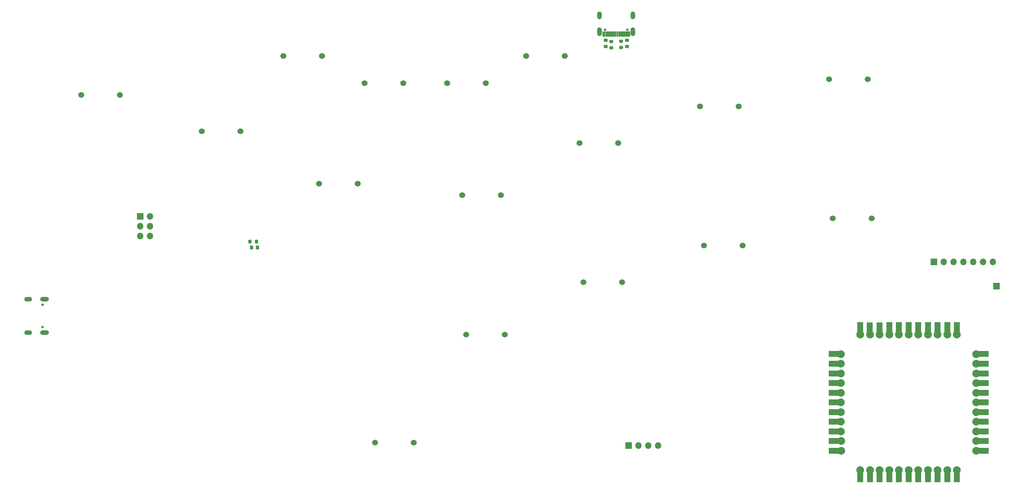
<source format=gbr>
%TF.GenerationSoftware,KiCad,Pcbnew,8.0.8*%
%TF.CreationDate,2025-04-29T22:55:39-07:00*%
%TF.ProjectId,MainBoard_BrooksGen5XMini,4d61696e-426f-4617-9264-5f42726f6f6b,rev?*%
%TF.SameCoordinates,Original*%
%TF.FileFunction,Soldermask,Top*%
%TF.FilePolarity,Negative*%
%FSLAX46Y46*%
G04 Gerber Fmt 4.6, Leading zero omitted, Abs format (unit mm)*
G04 Created by KiCad (PCBNEW 8.0.8) date 2025-04-29 22:55:39*
%MOMM*%
%LPD*%
G01*
G04 APERTURE LIST*
G04 Aperture macros list*
%AMRoundRect*
0 Rectangle with rounded corners*
0 $1 Rounding radius*
0 $2 $3 $4 $5 $6 $7 $8 $9 X,Y pos of 4 corners*
0 Add a 4 corners polygon primitive as box body*
4,1,4,$2,$3,$4,$5,$6,$7,$8,$9,$2,$3,0*
0 Add four circle primitives for the rounded corners*
1,1,$1+$1,$2,$3*
1,1,$1+$1,$4,$5*
1,1,$1+$1,$6,$7*
1,1,$1+$1,$8,$9*
0 Add four rect primitives between the rounded corners*
20,1,$1+$1,$2,$3,$4,$5,0*
20,1,$1+$1,$4,$5,$6,$7,0*
20,1,$1+$1,$6,$7,$8,$9,0*
20,1,$1+$1,$8,$9,$2,$3,0*%
G04 Aperture macros list end*
%ADD10C,0.010000*%
%ADD11R,1.524000X2.600000*%
%ADD12C,2.000000*%
%ADD13R,2.600000X1.524000*%
%ADD14R,1.700000X1.700000*%
%ADD15O,1.700000X1.700000*%
%ADD16C,1.530000*%
%ADD17RoundRect,0.218750X0.256250X-0.218750X0.256250X0.218750X-0.256250X0.218750X-0.256250X-0.218750X0*%
%ADD18C,0.650000*%
%ADD19O,1.204000X2.304000*%
%ADD20O,1.204000X2.004000*%
%ADD21RoundRect,0.200000X-0.275000X0.200000X-0.275000X-0.200000X0.275000X-0.200000X0.275000X0.200000X0*%
%ADD22RoundRect,0.225000X0.225000X0.250000X-0.225000X0.250000X-0.225000X-0.250000X0.225000X-0.250000X0*%
%ADD23RoundRect,0.200000X0.275000X-0.200000X0.275000X0.200000X-0.275000X0.200000X-0.275000X-0.200000X0*%
%ADD24RoundRect,0.200000X0.200000X0.275000X-0.200000X0.275000X-0.200000X-0.275000X0.200000X-0.275000X0*%
%ADD25O,2.004000X1.204000*%
%ADD26O,2.304000X1.204000*%
G04 APERTURE END LIST*
D10*
%TO.C,J3*%
X172150000Y-24880000D02*
X171450000Y-24880000D01*
X171450000Y-23630000D01*
X172150000Y-23630000D01*
X172150000Y-24880000D01*
G36*
X172150000Y-24880000D02*
G01*
X171450000Y-24880000D01*
X171450000Y-23630000D01*
X172150000Y-23630000D01*
X172150000Y-24880000D01*
G37*
X172950000Y-24880000D02*
X172250000Y-24880000D01*
X172250000Y-23630000D01*
X172950000Y-23630000D01*
X172950000Y-24880000D01*
G36*
X172950000Y-24880000D02*
G01*
X172250000Y-24880000D01*
X172250000Y-23630000D01*
X172950000Y-23630000D01*
X172950000Y-24880000D01*
G37*
X173450000Y-24880000D02*
X173050000Y-24880000D01*
X173050000Y-23630000D01*
X173450000Y-23630000D01*
X173450000Y-24880000D01*
G36*
X173450000Y-24880000D02*
G01*
X173050000Y-24880000D01*
X173050000Y-23630000D01*
X173450000Y-23630000D01*
X173450000Y-24880000D01*
G37*
X173950000Y-24880000D02*
X173550000Y-24880000D01*
X173550000Y-23630000D01*
X173950000Y-23630000D01*
X173950000Y-24880000D01*
G36*
X173950000Y-24880000D02*
G01*
X173550000Y-24880000D01*
X173550000Y-23630000D01*
X173950000Y-23630000D01*
X173950000Y-24880000D01*
G37*
X174450000Y-24880000D02*
X174050000Y-24880000D01*
X174050000Y-23630000D01*
X174450000Y-23630000D01*
X174450000Y-24880000D01*
G36*
X174450000Y-24880000D02*
G01*
X174050000Y-24880000D01*
X174050000Y-23630000D01*
X174450000Y-23630000D01*
X174450000Y-24880000D01*
G37*
X174950000Y-24880000D02*
X174550000Y-24880000D01*
X174550000Y-23630000D01*
X174950000Y-23630000D01*
X174950000Y-24880000D01*
G36*
X174950000Y-24880000D02*
G01*
X174550000Y-24880000D01*
X174550000Y-23630000D01*
X174950000Y-23630000D01*
X174950000Y-24880000D01*
G37*
X175450000Y-24880000D02*
X175050000Y-24880000D01*
X175050000Y-23630000D01*
X175450000Y-23630000D01*
X175450000Y-24880000D01*
G36*
X175450000Y-24880000D02*
G01*
X175050000Y-24880000D01*
X175050000Y-23630000D01*
X175450000Y-23630000D01*
X175450000Y-24880000D01*
G37*
X175950000Y-24880000D02*
X175550000Y-24880000D01*
X175550000Y-23630000D01*
X175950000Y-23630000D01*
X175950000Y-24880000D01*
G36*
X175950000Y-24880000D02*
G01*
X175550000Y-24880000D01*
X175550000Y-23630000D01*
X175950000Y-23630000D01*
X175950000Y-24880000D01*
G37*
X176450000Y-24880000D02*
X176050000Y-24880000D01*
X176050000Y-23630000D01*
X176450000Y-23630000D01*
X176450000Y-24880000D01*
G36*
X176450000Y-24880000D02*
G01*
X176050000Y-24880000D01*
X176050000Y-23630000D01*
X176450000Y-23630000D01*
X176450000Y-24880000D01*
G37*
X176950000Y-24880000D02*
X176550000Y-24880000D01*
X176550000Y-23630000D01*
X176950000Y-23630000D01*
X176950000Y-24880000D01*
G36*
X176950000Y-24880000D02*
G01*
X176550000Y-24880000D01*
X176550000Y-23630000D01*
X176950000Y-23630000D01*
X176950000Y-24880000D01*
G37*
X177750000Y-24880000D02*
X177050000Y-24880000D01*
X177050000Y-23630000D01*
X177750000Y-23630000D01*
X177750000Y-24880000D01*
G36*
X177750000Y-24880000D02*
G01*
X177050000Y-24880000D01*
X177050000Y-23630000D01*
X177750000Y-23630000D01*
X177750000Y-24880000D01*
G37*
X178550000Y-24880000D02*
X177850000Y-24880000D01*
X177850000Y-23630000D01*
X178550000Y-23630000D01*
X178550000Y-24880000D01*
G36*
X178550000Y-24880000D02*
G01*
X177850000Y-24880000D01*
X177850000Y-23630000D01*
X178550000Y-23630000D01*
X178550000Y-24880000D01*
G37*
%TD*%
D11*
%TO.C,U37*%
X238075000Y-138925000D03*
D12*
X238075000Y-137075000D03*
D11*
X240575000Y-138925000D03*
D12*
X240575000Y-137075000D03*
D11*
X243075000Y-138925000D03*
D12*
X243075000Y-137075000D03*
D11*
X245575000Y-138925000D03*
D12*
X245575000Y-137075000D03*
D11*
X248075000Y-138925000D03*
D12*
X248075000Y-137075000D03*
D11*
X250575000Y-138925000D03*
D12*
X250575000Y-137075000D03*
D11*
X253075000Y-138925000D03*
D12*
X253075000Y-137075000D03*
D11*
X255575000Y-138925000D03*
D12*
X255575000Y-137075000D03*
D11*
X258075000Y-138925000D03*
D12*
X258075000Y-137075000D03*
D11*
X260575000Y-138925000D03*
D12*
X260575000Y-137075000D03*
D11*
X263075000Y-138925000D03*
D12*
X263075000Y-137075000D03*
X268075000Y-132075000D03*
D13*
X270025000Y-132075000D03*
D12*
X268075000Y-129575000D03*
D13*
X270025000Y-129575000D03*
D12*
X268075000Y-127075000D03*
D13*
X270025000Y-127075000D03*
D12*
X268075000Y-124575000D03*
D13*
X270025000Y-124575000D03*
D12*
X268075000Y-122075000D03*
D13*
X270025000Y-122075000D03*
D12*
X268075000Y-119575000D03*
D13*
X270025000Y-119575000D03*
D12*
X268075000Y-117075000D03*
D13*
X270025000Y-117075000D03*
D12*
X268075000Y-114575000D03*
D13*
X270025000Y-114575000D03*
D12*
X268075000Y-112075000D03*
D13*
X270025000Y-112075000D03*
D12*
X268075000Y-109575000D03*
D13*
X270025000Y-109575000D03*
D12*
X268075000Y-107075000D03*
D13*
X269975000Y-107025000D03*
D12*
X263075000Y-102075000D03*
D11*
X263075000Y-100125000D03*
D12*
X260575000Y-102075000D03*
D11*
X260575000Y-100125000D03*
D12*
X258075000Y-102075000D03*
D11*
X258075000Y-100125000D03*
D12*
X255575000Y-102075000D03*
D11*
X255575000Y-100125000D03*
D12*
X253075000Y-102075000D03*
D11*
X253075000Y-100125000D03*
D12*
X250575000Y-102075000D03*
D11*
X250575000Y-100125000D03*
D12*
X248075000Y-102075000D03*
D11*
X248075000Y-100125000D03*
D12*
X245575000Y-102075000D03*
D11*
X245575000Y-100125000D03*
D12*
X243075000Y-102075000D03*
D11*
X243075000Y-100175000D03*
D12*
X240575000Y-102075000D03*
D11*
X240525000Y-100175000D03*
D12*
X238075000Y-102075000D03*
D11*
X238075000Y-100125000D03*
D12*
X233075000Y-107075000D03*
D13*
X231225000Y-107025000D03*
X231225000Y-109575000D03*
D12*
X233075000Y-109575000D03*
D13*
X231225000Y-112075000D03*
D12*
X233075000Y-112075000D03*
X233075000Y-114575000D03*
D13*
X231225000Y-114525000D03*
X231225000Y-117075000D03*
D12*
X233075000Y-117075000D03*
D13*
X231225000Y-119575000D03*
D12*
X233075000Y-119575000D03*
D13*
X231225000Y-122075000D03*
D12*
X233075000Y-122075000D03*
D13*
X231225000Y-124575000D03*
D12*
X233075000Y-124575000D03*
D13*
X231225000Y-127075000D03*
D12*
X233075000Y-127075000D03*
D13*
X231225000Y-129575000D03*
D12*
X233125000Y-129575000D03*
D13*
X231225000Y-132125000D03*
D12*
X233125000Y-132125000D03*
%TD*%
D14*
%TO.C,J6*%
X273250000Y-89500000D03*
%TD*%
D15*
%TO.C,J5*%
X272365000Y-83250000D03*
X269825000Y-83250000D03*
X267285000Y-83250000D03*
X264745000Y-83250000D03*
X262205000Y-83250000D03*
X259665000Y-83250000D03*
D14*
X257125000Y-83250000D03*
%TD*%
%TO.C,J4*%
X178200000Y-130750000D03*
D15*
X180740000Y-130750000D03*
X183280000Y-130750000D03*
X185820000Y-130750000D03*
%TD*%
D16*
%TO.C,U22*%
X136200000Y-102000000D03*
X146200000Y-102000000D03*
%TD*%
D14*
%TO.C,J2*%
X51960000Y-71500000D03*
D15*
X54500000Y-71500000D03*
X51960000Y-74040000D03*
X54500000Y-74040000D03*
X51960000Y-76580000D03*
X54500000Y-76580000D03*
%TD*%
D16*
%TO.C,U31*%
X196700000Y-43050002D03*
X206700000Y-43050002D03*
%TD*%
%TO.C,U32*%
X112700000Y-130000000D03*
X122700000Y-130000000D03*
%TD*%
%TO.C,U25*%
X110000000Y-37000000D03*
X120000000Y-37000000D03*
%TD*%
D17*
%TO.C,D4*%
X172250000Y-27537500D03*
X172250000Y-25962500D03*
%TD*%
D16*
%TO.C,U2*%
X36700000Y-40050002D03*
X46700000Y-40050002D03*
%TD*%
%TO.C,U33*%
X151700000Y-30000000D03*
X161700000Y-30000000D03*
%TD*%
%TO.C,U30*%
X197700000Y-79000000D03*
X207700000Y-79000000D03*
%TD*%
D18*
%TO.C,J3*%
X177890000Y-23180000D03*
X172110000Y-23180000D03*
D19*
X179320000Y-23680000D03*
X170680000Y-23680000D03*
D20*
X179320000Y-19500000D03*
X170680000Y-19500000D03*
%TD*%
D21*
%TO.C,R15*%
X173750000Y-26250000D03*
X173750000Y-27900000D03*
%TD*%
D16*
%TO.C,U23*%
X135200000Y-66000000D03*
X145200000Y-66000000D03*
%TD*%
%TO.C,U24*%
X67900000Y-49500003D03*
X77900000Y-49500003D03*
%TD*%
D17*
%TO.C,D3*%
X177750000Y-27537500D03*
X177750000Y-25962500D03*
%TD*%
D16*
%TO.C,U35*%
X230000000Y-36000003D03*
X240000000Y-36000003D03*
%TD*%
%TO.C,U26*%
X166500000Y-88450001D03*
X176500000Y-88450001D03*
%TD*%
%TO.C,U28*%
X98200000Y-63000000D03*
X108200000Y-63000000D03*
%TD*%
%TO.C,U27*%
X165500000Y-52500003D03*
X175500000Y-52500003D03*
%TD*%
%TO.C,U29*%
X131300000Y-37050002D03*
X141300000Y-37050002D03*
%TD*%
%TO.C,U21*%
X89000000Y-30000000D03*
X99000000Y-30000000D03*
%TD*%
D22*
%TO.C,C40*%
X82275000Y-79500000D03*
X80725000Y-79500000D03*
%TD*%
D16*
%TO.C,U34*%
X231000000Y-72000000D03*
X241000000Y-72000000D03*
%TD*%
D23*
%TO.C,R1*%
X176250000Y-27825000D03*
X176250000Y-26175000D03*
%TD*%
D24*
%TO.C,R32*%
X82000000Y-78000000D03*
X80350000Y-78000000D03*
%TD*%
D25*
%TO.C,J1*%
X23040000Y-92920000D03*
X23040000Y-101560000D03*
D26*
X27220000Y-92920000D03*
X27220000Y-101560000D03*
D18*
X26720000Y-94350000D03*
X26720000Y-100130000D03*
%TD*%
M02*

</source>
